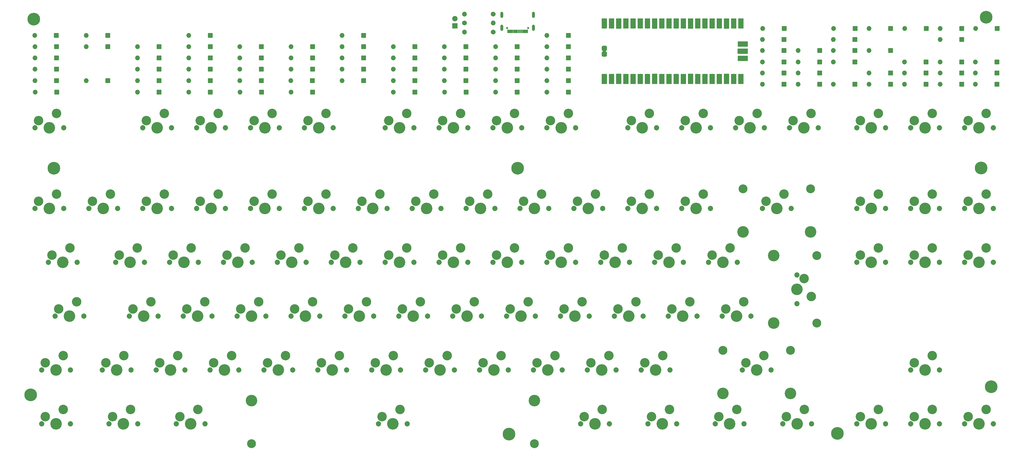
<source format=gts>
G04 #@! TF.GenerationSoftware,KiCad,Pcbnew,(6.0.2)*
G04 #@! TF.CreationDate,2022-03-10T23:30:07+00:00*
G04 #@! TF.ProjectId,ENV_KB_RGB,454e565f-4b42-45f5-9247-422e6b696361,Rev.1*
G04 #@! TF.SameCoordinates,Original*
G04 #@! TF.FileFunction,Soldermask,Top*
G04 #@! TF.FilePolarity,Negative*
%FSLAX46Y46*%
G04 Gerber Fmt 4.6, Leading zero omitted, Abs format (unit mm)*
G04 Created by KiCad (PCBNEW (6.0.2)) date 2022-03-10 23:30:07*
%MOMM*%
%LPD*%
G01*
G04 APERTURE LIST*
G04 Aperture macros list*
%AMRoundRect*
0 Rectangle with rounded corners*
0 $1 Rounding radius*
0 $2 $3 $4 $5 $6 $7 $8 $9 X,Y pos of 4 corners*
0 Add a 4 corners polygon primitive as box body*
4,1,4,$2,$3,$4,$5,$6,$7,$8,$9,$2,$3,0*
0 Add four circle primitives for the rounded corners*
1,1,$1+$1,$2,$3*
1,1,$1+$1,$4,$5*
1,1,$1+$1,$6,$7*
1,1,$1+$1,$8,$9*
0 Add four rect primitives between the rounded corners*
20,1,$1+$1,$2,$3,$4,$5,0*
20,1,$1+$1,$4,$5,$6,$7,0*
20,1,$1+$1,$6,$7,$8,$9,0*
20,1,$1+$1,$8,$9,$2,$3,0*%
G04 Aperture macros list end*
%ADD10C,4.089800*%
%ADD11C,1.852000*%
%ADD12C,3.352000*%
%ADD13RoundRect,0.051000X0.900000X-0.900000X0.900000X0.900000X-0.900000X0.900000X-0.900000X-0.900000X0*%
%ADD14C,1.902000*%
%ADD15C,1.702000*%
%ADD16O,1.702000X1.702000*%
%ADD17C,4.502000*%
%ADD18RoundRect,0.051000X0.850000X-1.750000X0.850000X1.750000X-0.850000X1.750000X-0.850000X-1.750000X0*%
%ADD19O,1.802000X1.802000*%
%ADD20RoundRect,0.051000X0.850000X-0.850000X0.850000X0.850000X-0.850000X0.850000X-0.850000X-0.850000X0*%
%ADD21RoundRect,0.051000X1.750000X0.850000X-1.750000X0.850000X-1.750000X-0.850000X1.750000X-0.850000X0*%
%ADD22RoundRect,0.488500X0.437500X-0.437500X0.437500X0.437500X-0.437500X0.437500X-0.437500X-0.437500X0*%
%ADD23RoundRect,0.051000X0.800000X0.800000X-0.800000X0.800000X-0.800000X-0.800000X0.800000X-0.800000X0*%
%ADD24C,3.150000*%
%ADD25C,0.752000*%
%ADD26RoundRect,0.051000X0.300000X0.550000X-0.300000X0.550000X-0.300000X-0.550000X0.300000X-0.550000X0*%
%ADD27RoundRect,0.051000X0.150000X0.550000X-0.150000X0.550000X-0.150000X-0.550000X0.150000X-0.550000X0*%
%ADD28O,1.002000X2.202000*%
G04 APERTURE END LIST*
D10*
X49106250Y-206560000D03*
D11*
X44026250Y-206560000D03*
X54186250Y-206560000D03*
D12*
X45296250Y-204020000D03*
X51646250Y-201480000D03*
D10*
X49106250Y-187510000D03*
D11*
X54186250Y-187510000D03*
X44026250Y-187510000D03*
D12*
X45296250Y-184970000D03*
X51646250Y-182430000D03*
D11*
X65457500Y-187510000D03*
X75617500Y-187510000D03*
D10*
X70537500Y-187510000D03*
D12*
X66727500Y-184970000D03*
X73077500Y-182430000D03*
D11*
X361367500Y-187510000D03*
X351207500Y-187510000D03*
D10*
X356287500Y-187510000D03*
D12*
X352477500Y-184970000D03*
X358827500Y-182430000D03*
D11*
X342317500Y-206560000D03*
X332157500Y-206560000D03*
D10*
X337237500Y-206560000D03*
D12*
X333427500Y-204020000D03*
X339777500Y-201480000D03*
D10*
X51487500Y-149410000D03*
D11*
X56567500Y-149410000D03*
X46407500Y-149410000D03*
D12*
X47677500Y-146870000D03*
X54027500Y-144330000D03*
D13*
X190050000Y-65750000D03*
D14*
X190050000Y-63210000D03*
D10*
X296756250Y-187510000D03*
D11*
X291676250Y-187510000D03*
X301836250Y-187510000D03*
D12*
X292946250Y-184970000D03*
X299296250Y-182430000D03*
D11*
X244686250Y-206560000D03*
X234526250Y-206560000D03*
D10*
X239606250Y-206560000D03*
D12*
X235796250Y-204020000D03*
X242146250Y-201480000D03*
D10*
X311025000Y-158935000D03*
D11*
X311025000Y-153855000D03*
X311025000Y-164015000D03*
D12*
X313565000Y-155125000D03*
X316105000Y-161475000D03*
D11*
X89905000Y-101785000D03*
X79745000Y-101785000D03*
D10*
X84825000Y-101785000D03*
D12*
X81015000Y-99245000D03*
X87365000Y-96705000D03*
D11*
X361367500Y-101785000D03*
D10*
X356287500Y-101785000D03*
D11*
X351207500Y-101785000D03*
D12*
X352477500Y-99245000D03*
X358827500Y-96705000D03*
D10*
X103875000Y-130360000D03*
D11*
X108955000Y-130360000D03*
X98795000Y-130360000D03*
D12*
X100065000Y-127820000D03*
X106415000Y-125280000D03*
D11*
X136895000Y-130360000D03*
X147055000Y-130360000D03*
D10*
X141975000Y-130360000D03*
D12*
X138165000Y-127820000D03*
X144515000Y-125280000D03*
D10*
X256275000Y-130360000D03*
D11*
X251195000Y-130360000D03*
X261355000Y-130360000D03*
D12*
X252465000Y-127820000D03*
X258815000Y-125280000D03*
D10*
X256275000Y-101785000D03*
D11*
X261355000Y-101785000D03*
X251195000Y-101785000D03*
D12*
X252465000Y-99245000D03*
X258815000Y-96705000D03*
D11*
X380417500Y-130360000D03*
D10*
X375337500Y-130360000D03*
D11*
X370257500Y-130360000D03*
D12*
X371527500Y-127820000D03*
X377877500Y-125280000D03*
D10*
X294375000Y-101785000D03*
D11*
X289295000Y-101785000D03*
X299455000Y-101785000D03*
D12*
X290565000Y-99245000D03*
X296915000Y-96705000D03*
D11*
X108955000Y-101785000D03*
D10*
X103875000Y-101785000D03*
D11*
X98795000Y-101785000D03*
D12*
X100065000Y-99245000D03*
X106415000Y-96705000D03*
D11*
X117845000Y-101785000D03*
X128005000Y-101785000D03*
D10*
X122925000Y-101785000D03*
D12*
X119115000Y-99245000D03*
X125465000Y-96705000D03*
D11*
X174995000Y-130360000D03*
D10*
X180075000Y-130360000D03*
D11*
X185155000Y-130360000D03*
D12*
X176265000Y-127820000D03*
X182615000Y-125280000D03*
D10*
X337237500Y-130360000D03*
D11*
X332157500Y-130360000D03*
X342317500Y-130360000D03*
D12*
X333427500Y-127820000D03*
X339777500Y-125280000D03*
D11*
X203570000Y-101785000D03*
D10*
X208650000Y-101785000D03*
D11*
X213730000Y-101785000D03*
D12*
X204840000Y-99245000D03*
X211190000Y-96705000D03*
D10*
X275325000Y-101785000D03*
D11*
X270245000Y-101785000D03*
X280405000Y-101785000D03*
D12*
X271515000Y-99245000D03*
X277865000Y-96705000D03*
D11*
X308345000Y-101785000D03*
D10*
X313425000Y-101785000D03*
D11*
X318505000Y-101785000D03*
D12*
X309615000Y-99245000D03*
X315965000Y-96705000D03*
D10*
X65775000Y-130360000D03*
D11*
X70855000Y-130360000D03*
X60695000Y-130360000D03*
D12*
X61965000Y-127820000D03*
X68315000Y-125280000D03*
D10*
X122925000Y-130360000D03*
D11*
X128005000Y-130360000D03*
X117845000Y-130360000D03*
D12*
X119115000Y-127820000D03*
X125465000Y-125280000D03*
D10*
X375337500Y-101785000D03*
D11*
X380417500Y-101785000D03*
X370257500Y-101785000D03*
D12*
X371527500Y-99245000D03*
X377877500Y-96705000D03*
D10*
X337237500Y-101785000D03*
D11*
X342317500Y-101785000D03*
X332157500Y-101785000D03*
D12*
X333427500Y-99245000D03*
X339777500Y-96705000D03*
D10*
X96731250Y-206560000D03*
D11*
X101811250Y-206560000D03*
X91651250Y-206560000D03*
D12*
X92921250Y-204020000D03*
X99271250Y-201480000D03*
D10*
X170550000Y-101785000D03*
D11*
X175630000Y-101785000D03*
X165470000Y-101785000D03*
D12*
X166740000Y-99245000D03*
X173090000Y-96705000D03*
D10*
X161025000Y-130360000D03*
D11*
X155945000Y-130360000D03*
X166105000Y-130360000D03*
D12*
X157215000Y-127820000D03*
X163565000Y-125280000D03*
D15*
X193440000Y-64750000D03*
D16*
X203600000Y-64750000D03*
D10*
X275325000Y-130360000D03*
D11*
X280405000Y-130360000D03*
X270245000Y-130360000D03*
D12*
X271515000Y-127820000D03*
X277865000Y-125280000D03*
D11*
X308980000Y-130360000D03*
D10*
X303900000Y-130360000D03*
D11*
X298820000Y-130360000D03*
D12*
X300090000Y-127820000D03*
X306440000Y-125280000D03*
D11*
X48788750Y-168460000D03*
D10*
X53868750Y-168460000D03*
D11*
X58948750Y-168460000D03*
D12*
X50058750Y-165920000D03*
X56408750Y-163380000D03*
D10*
X46725000Y-101785000D03*
D11*
X41645000Y-101785000D03*
X51805000Y-101785000D03*
D12*
X42915000Y-99245000D03*
X49265000Y-96705000D03*
D10*
X263418750Y-206560000D03*
D11*
X258338750Y-206560000D03*
X268498750Y-206560000D03*
D12*
X259608750Y-204020000D03*
X265958750Y-201480000D03*
D11*
X77998750Y-206560000D03*
D10*
X72918750Y-206560000D03*
D11*
X67838750Y-206560000D03*
D12*
X69108750Y-204020000D03*
X75458750Y-201480000D03*
D10*
X218175000Y-130360000D03*
D11*
X213095000Y-130360000D03*
X223255000Y-130360000D03*
D12*
X214365000Y-127820000D03*
X220715000Y-125280000D03*
D11*
X282151250Y-206560000D03*
D10*
X287231250Y-206560000D03*
D11*
X292311250Y-206560000D03*
D12*
X283421250Y-204020000D03*
X289771250Y-201480000D03*
D11*
X361367500Y-130360000D03*
X351207500Y-130360000D03*
D10*
X356287500Y-130360000D03*
D12*
X352477500Y-127820000D03*
X358827500Y-125280000D03*
D11*
X316123750Y-206560000D03*
D10*
X311043750Y-206560000D03*
D11*
X305963750Y-206560000D03*
D12*
X307233750Y-204020000D03*
X313583750Y-201480000D03*
D11*
X51805000Y-130360000D03*
X41645000Y-130360000D03*
D10*
X46725000Y-130360000D03*
D12*
X42915000Y-127820000D03*
X49265000Y-125280000D03*
D11*
X194045000Y-130360000D03*
D10*
X199125000Y-130360000D03*
D11*
X204205000Y-130360000D03*
D12*
X195315000Y-127820000D03*
X201665000Y-125280000D03*
D11*
X242305000Y-130360000D03*
D10*
X237225000Y-130360000D03*
D11*
X232145000Y-130360000D03*
D12*
X233415000Y-127820000D03*
X239765000Y-125280000D03*
D10*
X265800000Y-149410000D03*
D11*
X260720000Y-149410000D03*
X270880000Y-149410000D03*
D12*
X261990000Y-146870000D03*
X268340000Y-144330000D03*
D11*
X94032500Y-168460000D03*
X104192500Y-168460000D03*
D10*
X99112500Y-168460000D03*
D12*
X95302500Y-165920000D03*
X101652500Y-163380000D03*
D10*
X170550000Y-149410000D03*
D11*
X165470000Y-149410000D03*
X175630000Y-149410000D03*
D12*
X166740000Y-146870000D03*
X173090000Y-144330000D03*
D11*
X232780000Y-149410000D03*
D10*
X227700000Y-149410000D03*
D11*
X222620000Y-149410000D03*
D12*
X223890000Y-146870000D03*
X230240000Y-144330000D03*
D11*
X251830000Y-149410000D03*
D10*
X246750000Y-149410000D03*
D11*
X241670000Y-149410000D03*
D12*
X242940000Y-146870000D03*
X249290000Y-144330000D03*
D11*
X289930000Y-149410000D03*
D10*
X284850000Y-149410000D03*
D11*
X279770000Y-149410000D03*
D12*
X281040000Y-146870000D03*
X287390000Y-144330000D03*
D10*
X80062500Y-168460000D03*
D11*
X74982500Y-168460000D03*
X85142500Y-168460000D03*
D12*
X76252500Y-165920000D03*
X82602500Y-163380000D03*
D11*
X213730000Y-149410000D03*
X203570000Y-149410000D03*
D10*
X208650000Y-149410000D03*
D12*
X204840000Y-146870000D03*
X211190000Y-144330000D03*
D10*
X118162500Y-168460000D03*
D11*
X113082500Y-168460000D03*
X123242500Y-168460000D03*
D12*
X114352500Y-165920000D03*
X120702500Y-163380000D03*
D10*
X356287500Y-149410000D03*
D11*
X351207500Y-149410000D03*
X361367500Y-149410000D03*
D12*
X352477500Y-146870000D03*
X358827500Y-144330000D03*
D11*
X70220000Y-149410000D03*
D10*
X75300000Y-149410000D03*
D11*
X80380000Y-149410000D03*
D12*
X71490000Y-146870000D03*
X77840000Y-144330000D03*
D10*
X94350000Y-149410000D03*
D11*
X89270000Y-149410000D03*
X99430000Y-149410000D03*
D12*
X90540000Y-146870000D03*
X96890000Y-144330000D03*
D11*
X127370000Y-149410000D03*
X137530000Y-149410000D03*
D10*
X132450000Y-149410000D03*
D12*
X128640000Y-146870000D03*
X134990000Y-144330000D03*
D10*
X113400000Y-149410000D03*
D11*
X108320000Y-149410000D03*
X118480000Y-149410000D03*
D12*
X109590000Y-146870000D03*
X115940000Y-144330000D03*
D10*
X151500000Y-149410000D03*
D11*
X156580000Y-149410000D03*
X146420000Y-149410000D03*
D12*
X147690000Y-146870000D03*
X154040000Y-144330000D03*
D11*
X342317500Y-149410000D03*
D10*
X337237500Y-149410000D03*
D11*
X332157500Y-149410000D03*
D12*
X333427500Y-146870000D03*
X339777500Y-144330000D03*
D11*
X380417500Y-149410000D03*
X370257500Y-149410000D03*
D10*
X375337500Y-149410000D03*
D12*
X371527500Y-146870000D03*
X377877500Y-144330000D03*
D10*
X189600000Y-149410000D03*
D11*
X184520000Y-149410000D03*
X194680000Y-149410000D03*
D12*
X185790000Y-146870000D03*
X192140000Y-144330000D03*
D11*
X132132500Y-168460000D03*
D10*
X137212500Y-168460000D03*
D11*
X142292500Y-168460000D03*
D12*
X133402500Y-165920000D03*
X139752500Y-163380000D03*
D10*
X194362500Y-168460000D03*
D11*
X189282500Y-168460000D03*
X199442500Y-168460000D03*
D12*
X190552500Y-165920000D03*
X196902500Y-163380000D03*
D10*
X203887500Y-187510000D03*
D11*
X208967500Y-187510000D03*
X198807500Y-187510000D03*
D12*
X200077500Y-184970000D03*
X206427500Y-182430000D03*
D11*
X161342500Y-168460000D03*
D10*
X156262500Y-168460000D03*
D11*
X151182500Y-168460000D03*
D12*
X152452500Y-165920000D03*
X158802500Y-163380000D03*
D11*
X170232500Y-168460000D03*
D10*
X175312500Y-168460000D03*
D11*
X180392500Y-168460000D03*
D12*
X171502500Y-165920000D03*
X177852500Y-163380000D03*
D10*
X213412500Y-168460000D03*
D11*
X218492500Y-168460000D03*
X208332500Y-168460000D03*
D12*
X209602500Y-165920000D03*
X215952500Y-163380000D03*
D11*
X227382500Y-168460000D03*
X237542500Y-168460000D03*
D10*
X232462500Y-168460000D03*
D12*
X228652500Y-165920000D03*
X235002500Y-163380000D03*
D11*
X151817500Y-187510000D03*
D10*
X146737500Y-187510000D03*
D11*
X141657500Y-187510000D03*
D12*
X142927500Y-184970000D03*
X149277500Y-182430000D03*
D11*
X160707500Y-187510000D03*
D10*
X165787500Y-187510000D03*
D11*
X170867500Y-187510000D03*
D12*
X161977500Y-184970000D03*
X168327500Y-182430000D03*
D11*
X246432500Y-168460000D03*
X256592500Y-168460000D03*
D10*
X251512500Y-168460000D03*
D12*
X247702500Y-165920000D03*
X254052500Y-163380000D03*
D11*
X247067500Y-187510000D03*
X236907500Y-187510000D03*
D10*
X241987500Y-187510000D03*
D12*
X238177500Y-184970000D03*
X244527500Y-182430000D03*
D11*
X275642500Y-168460000D03*
D10*
X270562500Y-168460000D03*
D11*
X265482500Y-168460000D03*
D12*
X266752500Y-165920000D03*
X273102500Y-163380000D03*
D11*
X228017500Y-187510000D03*
D10*
X222937500Y-187510000D03*
D11*
X217857500Y-187510000D03*
D12*
X219127500Y-184970000D03*
X225477500Y-182430000D03*
D11*
X284532500Y-168460000D03*
X294692500Y-168460000D03*
D10*
X289612500Y-168460000D03*
D12*
X285802500Y-165920000D03*
X292152500Y-163380000D03*
D11*
X84507500Y-187510000D03*
X94667500Y-187510000D03*
D10*
X89587500Y-187510000D03*
D12*
X85777500Y-184970000D03*
X92127500Y-182430000D03*
D11*
X132767500Y-187510000D03*
D10*
X127687500Y-187510000D03*
D11*
X122607500Y-187510000D03*
D12*
X123877500Y-184970000D03*
X130227500Y-182430000D03*
D10*
X184837500Y-187510000D03*
D11*
X179757500Y-187510000D03*
X189917500Y-187510000D03*
D12*
X181027500Y-184970000D03*
X187377500Y-182430000D03*
D11*
X103557500Y-187510000D03*
X113717500Y-187510000D03*
D10*
X108637500Y-187510000D03*
D12*
X104827500Y-184970000D03*
X111177500Y-182430000D03*
D11*
X255957500Y-187510000D03*
D10*
X261037500Y-187510000D03*
D11*
X266117500Y-187510000D03*
D12*
X257227500Y-184970000D03*
X263577500Y-182430000D03*
D10*
X84825000Y-130360000D03*
D11*
X79745000Y-130360000D03*
X89905000Y-130360000D03*
D12*
X81015000Y-127820000D03*
X87365000Y-125280000D03*
D11*
X136895000Y-101785000D03*
D10*
X141975000Y-101785000D03*
D11*
X147055000Y-101785000D03*
D12*
X138165000Y-99245000D03*
X144515000Y-96705000D03*
D11*
X361367500Y-206560000D03*
X351207500Y-206560000D03*
D10*
X356287500Y-206560000D03*
D12*
X352477500Y-204020000D03*
X358827500Y-201480000D03*
D11*
X370257500Y-206560000D03*
D10*
X375337500Y-206560000D03*
D11*
X380417500Y-206560000D03*
D12*
X371527500Y-204020000D03*
X377877500Y-201480000D03*
D10*
X189600000Y-101785000D03*
D11*
X194680000Y-101785000D03*
X184520000Y-101785000D03*
D12*
X185790000Y-99245000D03*
X192140000Y-96705000D03*
D10*
X227700000Y-101785000D03*
D11*
X232780000Y-101785000D03*
X222620000Y-101785000D03*
D12*
X223890000Y-99245000D03*
X230240000Y-96705000D03*
D17*
X376075000Y-116060000D03*
X325267000Y-209905000D03*
D18*
X242920000Y-84500000D03*
D19*
X242920000Y-83600000D03*
D18*
X245460000Y-84500000D03*
D19*
X245460000Y-83600000D03*
D18*
X248000000Y-84500000D03*
D20*
X248000000Y-83600000D03*
D19*
X250540000Y-83600000D03*
D18*
X250540000Y-84500000D03*
X253080000Y-84500000D03*
D19*
X253080000Y-83600000D03*
X255620000Y-83600000D03*
D18*
X255620000Y-84500000D03*
D19*
X258160000Y-83600000D03*
D18*
X258160000Y-84500000D03*
D20*
X260700000Y-83600000D03*
D18*
X260700000Y-84500000D03*
X263240000Y-84500000D03*
D19*
X263240000Y-83600000D03*
D18*
X265780000Y-84500000D03*
D19*
X265780000Y-83600000D03*
X268320000Y-83600000D03*
D18*
X268320000Y-84500000D03*
X270860000Y-84500000D03*
D19*
X270860000Y-83600000D03*
D18*
X273400000Y-84500000D03*
D20*
X273400000Y-83600000D03*
D18*
X275940000Y-84500000D03*
D19*
X275940000Y-83600000D03*
X278480000Y-83600000D03*
D18*
X278480000Y-84500000D03*
X281020000Y-84500000D03*
D19*
X281020000Y-83600000D03*
X283560000Y-83600000D03*
D18*
X283560000Y-84500000D03*
D20*
X286100000Y-83600000D03*
D18*
X286100000Y-84500000D03*
X288640000Y-84500000D03*
D19*
X288640000Y-83600000D03*
D18*
X291180000Y-84500000D03*
D19*
X291180000Y-83600000D03*
D18*
X291180000Y-64920000D03*
D19*
X291180000Y-65820000D03*
X288640000Y-65820000D03*
D18*
X288640000Y-64920000D03*
D20*
X286100000Y-65820000D03*
D18*
X286100000Y-64920000D03*
D19*
X283560000Y-65820000D03*
D18*
X283560000Y-64920000D03*
D19*
X281020000Y-65820000D03*
D18*
X281020000Y-64920000D03*
D19*
X278480000Y-65820000D03*
D18*
X278480000Y-64920000D03*
X275940000Y-64920000D03*
D19*
X275940000Y-65820000D03*
D18*
X273400000Y-64920000D03*
D20*
X273400000Y-65820000D03*
D18*
X270860000Y-64920000D03*
D19*
X270860000Y-65820000D03*
D18*
X268320000Y-64920000D03*
D19*
X268320000Y-65820000D03*
D18*
X265780000Y-64920000D03*
D19*
X265780000Y-65820000D03*
X263240000Y-65820000D03*
D18*
X263240000Y-64920000D03*
X260700000Y-64920000D03*
D20*
X260700000Y-65820000D03*
D18*
X258160000Y-64920000D03*
D19*
X258160000Y-65820000D03*
D18*
X255620000Y-64920000D03*
D19*
X255620000Y-65820000D03*
D18*
X253080000Y-64920000D03*
D19*
X253080000Y-65820000D03*
X250540000Y-65820000D03*
D18*
X250540000Y-64920000D03*
X248000000Y-64920000D03*
D20*
X248000000Y-65820000D03*
D18*
X245460000Y-64920000D03*
D19*
X245460000Y-65820000D03*
X242920000Y-65820000D03*
D18*
X242920000Y-64920000D03*
D21*
X291850000Y-77250000D03*
D19*
X290950000Y-77250000D03*
D20*
X290950000Y-74710000D03*
D21*
X291850000Y-74710000D03*
D19*
X290950000Y-72170000D03*
D21*
X291850000Y-72170000D03*
D22*
X242925000Y-73694000D03*
X242925000Y-75726000D03*
D17*
X212225000Y-116085000D03*
X377867000Y-62705000D03*
X209225000Y-210185000D03*
X40167000Y-196305000D03*
D15*
X203600000Y-61600000D03*
D16*
X193440000Y-61600000D03*
D23*
X369200000Y-86400000D03*
D16*
X361580000Y-86400000D03*
D23*
X356600000Y-86400000D03*
D16*
X348980000Y-86400000D03*
D23*
X344100000Y-86400000D03*
D16*
X336480000Y-86400000D03*
D23*
X319000000Y-86400000D03*
D16*
X311380000Y-86400000D03*
D23*
X331500000Y-86400000D03*
D16*
X323880000Y-86400000D03*
D23*
X381700000Y-86400000D03*
D16*
X374080000Y-86400000D03*
D23*
X306400000Y-86400000D03*
D16*
X298780000Y-86400000D03*
D23*
X344125000Y-66685000D03*
D16*
X336505000Y-66685000D03*
D17*
X41267000Y-63405000D03*
D11*
X163088750Y-206560000D03*
D10*
X168168750Y-206560000D03*
D11*
X173248750Y-206560000D03*
D12*
X164358750Y-204020000D03*
X170708750Y-201480000D03*
D23*
X306400000Y-82400000D03*
D16*
X298780000Y-82400000D03*
D23*
X319000000Y-82400000D03*
D16*
X311380000Y-82400000D03*
D23*
X344100000Y-82400000D03*
D16*
X336480000Y-82400000D03*
D23*
X356600000Y-82400000D03*
D16*
X348980000Y-82400000D03*
D23*
X369200000Y-82400000D03*
D16*
X361580000Y-82400000D03*
D23*
X381700000Y-82400000D03*
D16*
X374080000Y-82400000D03*
D23*
X306400000Y-78500000D03*
D16*
X298780000Y-78500000D03*
D23*
X319000000Y-78500000D03*
D16*
X311380000Y-78500000D03*
D23*
X331500000Y-78500000D03*
D16*
X323880000Y-78500000D03*
D23*
X356600000Y-78500000D03*
D16*
X348980000Y-78500000D03*
D23*
X369200000Y-78500000D03*
D16*
X361580000Y-78500000D03*
D23*
X381700000Y-78500000D03*
D16*
X374080000Y-78500000D03*
D23*
X306400000Y-74500000D03*
D16*
X298780000Y-74500000D03*
D23*
X319000000Y-74500000D03*
D16*
X311380000Y-74500000D03*
D23*
X331500000Y-74500000D03*
D16*
X323880000Y-74500000D03*
D23*
X344100000Y-74500000D03*
D16*
X336480000Y-74500000D03*
D23*
X306400000Y-70600000D03*
D16*
X298780000Y-70600000D03*
D23*
X331500000Y-70600000D03*
D16*
X323880000Y-70600000D03*
D23*
X369200000Y-70600000D03*
D16*
X361580000Y-70600000D03*
D23*
X306475000Y-66685000D03*
D16*
X298855000Y-66685000D03*
D23*
X331575000Y-66685000D03*
D16*
X323955000Y-66685000D03*
D23*
X356675000Y-66685000D03*
D16*
X349055000Y-66685000D03*
D23*
X369225000Y-66685000D03*
D16*
X361605000Y-66685000D03*
D23*
X381775000Y-66685000D03*
D16*
X374155000Y-66685000D03*
D17*
X48375000Y-116085000D03*
D23*
X49300000Y-73100000D03*
D16*
X41680000Y-73100000D03*
D23*
X49300000Y-81100000D03*
D16*
X41680000Y-81100000D03*
D23*
X103625000Y-89185000D03*
D16*
X96005000Y-89185000D03*
D23*
X49325000Y-89185000D03*
D16*
X41705000Y-89185000D03*
D23*
X85525000Y-89185000D03*
D16*
X77905000Y-89185000D03*
D23*
X121725000Y-89185000D03*
D16*
X114105000Y-89185000D03*
D23*
X49300000Y-77100000D03*
D16*
X41680000Y-77100000D03*
D23*
X49200000Y-69100000D03*
D16*
X41580000Y-69100000D03*
D23*
X139775000Y-89185000D03*
D16*
X132155000Y-89185000D03*
D23*
X212125000Y-89185000D03*
D16*
X204505000Y-89185000D03*
D23*
X230225000Y-89185000D03*
D16*
X222605000Y-89185000D03*
D23*
X49300000Y-85100000D03*
D16*
X41680000Y-85100000D03*
D23*
X194025000Y-89185000D03*
D16*
X186405000Y-89185000D03*
D23*
X175965000Y-89185000D03*
D16*
X168345000Y-89185000D03*
D23*
X175900000Y-73100000D03*
D16*
X168280000Y-73100000D03*
D23*
X212100000Y-77100000D03*
D16*
X204480000Y-77100000D03*
D23*
X230200000Y-77100000D03*
D16*
X222580000Y-77100000D03*
D23*
X85500000Y-73100000D03*
D16*
X77880000Y-73100000D03*
D23*
X67400000Y-73100000D03*
D16*
X59780000Y-73100000D03*
D23*
X230200000Y-73100000D03*
D16*
X222580000Y-73100000D03*
D23*
X212100000Y-73100000D03*
D16*
X204480000Y-73100000D03*
D23*
X103600000Y-73100000D03*
D16*
X95980000Y-73100000D03*
D23*
X194000000Y-73100000D03*
D16*
X186380000Y-73100000D03*
D23*
X121700000Y-73100000D03*
D16*
X114080000Y-73100000D03*
D23*
X139800000Y-73100000D03*
D16*
X132180000Y-73100000D03*
D23*
X157800000Y-73100000D03*
D16*
X150180000Y-73100000D03*
D23*
X157800000Y-81100000D03*
D16*
X150180000Y-81100000D03*
D23*
X175900000Y-81100000D03*
D16*
X168280000Y-81100000D03*
D23*
X230200000Y-85100000D03*
D16*
X222580000Y-85100000D03*
D23*
X139800000Y-81100000D03*
D16*
X132180000Y-81100000D03*
D23*
X121700000Y-81100000D03*
D16*
X114080000Y-81100000D03*
D23*
X157800000Y-85100000D03*
D16*
X150180000Y-85100000D03*
D23*
X175900000Y-85100000D03*
D16*
X168280000Y-85100000D03*
D23*
X85500000Y-81100000D03*
D16*
X77880000Y-81100000D03*
D23*
X103600000Y-81100000D03*
D16*
X95980000Y-81100000D03*
D23*
X194000000Y-85100000D03*
D16*
X186380000Y-85100000D03*
D23*
X212100000Y-85100000D03*
D16*
X204480000Y-85100000D03*
D23*
X175900000Y-77100000D03*
D16*
X168280000Y-77100000D03*
D23*
X121700000Y-77100000D03*
D16*
X114080000Y-77100000D03*
D23*
X157800000Y-77100000D03*
D16*
X150180000Y-77100000D03*
D23*
X194000000Y-81100000D03*
D16*
X186380000Y-81100000D03*
D23*
X212100000Y-81100000D03*
D16*
X204480000Y-81100000D03*
D23*
X194000000Y-77100000D03*
D16*
X186380000Y-77100000D03*
D23*
X230200000Y-81100000D03*
D16*
X222580000Y-81100000D03*
D23*
X85500000Y-77100000D03*
D16*
X77880000Y-77100000D03*
D23*
X103600000Y-77100000D03*
D16*
X95980000Y-77100000D03*
D23*
X139800000Y-77100000D03*
D16*
X132180000Y-77100000D03*
D23*
X67400000Y-69100000D03*
D16*
X59780000Y-69100000D03*
D23*
X103600000Y-69100000D03*
D16*
X95980000Y-69100000D03*
D23*
X157800000Y-69100000D03*
D16*
X150180000Y-69100000D03*
D23*
X230200000Y-69100000D03*
D16*
X222580000Y-69100000D03*
D23*
X85500000Y-85100000D03*
D16*
X77880000Y-85100000D03*
D23*
X139700000Y-85100000D03*
D16*
X132080000Y-85100000D03*
D23*
X103600000Y-85100000D03*
D16*
X95980000Y-85100000D03*
D23*
X121700000Y-85100000D03*
D16*
X114080000Y-85100000D03*
D23*
X67400000Y-85100000D03*
D16*
X59780000Y-85100000D03*
D17*
X379667000Y-193405000D03*
D10*
X118168750Y-198305000D03*
D24*
X218168750Y-213545000D03*
D10*
X218168750Y-198305000D03*
D24*
X118168750Y-213545000D03*
D10*
X315838000Y-138615000D03*
X291962000Y-138615000D03*
D24*
X291962000Y-123375000D03*
X315838000Y-123375000D03*
D10*
X308694250Y-195765000D03*
D24*
X284818250Y-180525000D03*
D10*
X284818250Y-195765000D03*
D24*
X308694250Y-180525000D03*
X318010000Y-146997000D03*
D10*
X302770000Y-170873000D03*
X302770000Y-146997000D03*
D24*
X318010000Y-170873000D03*
D15*
X203600000Y-67900000D03*
D16*
X193440000Y-67900000D03*
D25*
X216000000Y-66510000D03*
X208500000Y-66510000D03*
D26*
X215550000Y-67710000D03*
X214700000Y-67710000D03*
D27*
X213500000Y-67710000D03*
X212500000Y-67710000D03*
X212000000Y-67710000D03*
X211000000Y-67710000D03*
D26*
X209800000Y-67710000D03*
X208950000Y-67710000D03*
X208950000Y-67710000D03*
X209800000Y-67710000D03*
D27*
X210500000Y-67710000D03*
X211500000Y-67710000D03*
X213000000Y-67710000D03*
X214000000Y-67710000D03*
D26*
X214700000Y-67710000D03*
X215550000Y-67710000D03*
D28*
X217825000Y-61830000D03*
X217825000Y-66430000D03*
X206675000Y-61830000D03*
X206675000Y-66430000D03*
G36*
X243573844Y-74567633D02*
G01*
X243574546Y-74569505D01*
X243573591Y-74570899D01*
X243557129Y-74580634D01*
X243556669Y-74580833D01*
X243518903Y-74591805D01*
X243460280Y-74629243D01*
X243431330Y-74692160D01*
X243440990Y-74760741D01*
X243486292Y-74813325D01*
X243518764Y-74828155D01*
X243556669Y-74839167D01*
X243557129Y-74839366D01*
X243573591Y-74849101D01*
X243574573Y-74850844D01*
X243573555Y-74852565D01*
X243571871Y-74852696D01*
X243466930Y-74813357D01*
X243362394Y-74802000D01*
X242487606Y-74802000D01*
X242383070Y-74813357D01*
X242278129Y-74852696D01*
X242276156Y-74852367D01*
X242275454Y-74850495D01*
X242276409Y-74849101D01*
X242292871Y-74839366D01*
X242293331Y-74839167D01*
X242331097Y-74828195D01*
X242389720Y-74790757D01*
X242418670Y-74727840D01*
X242409010Y-74659259D01*
X242363708Y-74606675D01*
X242331236Y-74591845D01*
X242293331Y-74580833D01*
X242292871Y-74580634D01*
X242276409Y-74570899D01*
X242275427Y-74569156D01*
X242276445Y-74567435D01*
X242278129Y-74567304D01*
X242383070Y-74606643D01*
X242487606Y-74618000D01*
X243362394Y-74618000D01*
X243466930Y-74606643D01*
X243571871Y-74567304D01*
X243573844Y-74567633D01*
G37*
G36*
X213814633Y-67123517D02*
G01*
X213815197Y-67125436D01*
X213814916Y-67126075D01*
X213804767Y-67141263D01*
X213801000Y-67160199D01*
X213801000Y-68259801D01*
X213804767Y-68278738D01*
X213814814Y-68293773D01*
X213814945Y-68295768D01*
X213813282Y-68296880D01*
X213812553Y-68296793D01*
X213752212Y-68277898D01*
X213687310Y-68296955D01*
X213685367Y-68296483D01*
X213684803Y-68294564D01*
X213685084Y-68293925D01*
X213695233Y-68278737D01*
X213699000Y-68259801D01*
X213699000Y-67160199D01*
X213695233Y-67141262D01*
X213685186Y-67126227D01*
X213685055Y-67124232D01*
X213686718Y-67123120D01*
X213687447Y-67123207D01*
X213747788Y-67142102D01*
X213812690Y-67123045D01*
X213814633Y-67123517D01*
G37*
G36*
X213314633Y-67123517D02*
G01*
X213315197Y-67125436D01*
X213314916Y-67126075D01*
X213304767Y-67141263D01*
X213301000Y-67160199D01*
X213301000Y-68259801D01*
X213304767Y-68278738D01*
X213314814Y-68293773D01*
X213314945Y-68295768D01*
X213313282Y-68296880D01*
X213312553Y-68296793D01*
X213252212Y-68277898D01*
X213187310Y-68296955D01*
X213185367Y-68296483D01*
X213184803Y-68294564D01*
X213185084Y-68293925D01*
X213195233Y-68278737D01*
X213199000Y-68259801D01*
X213199000Y-67160199D01*
X213195233Y-67141262D01*
X213185186Y-67126227D01*
X213185055Y-67124232D01*
X213186718Y-67123120D01*
X213187447Y-67123207D01*
X213247788Y-67142102D01*
X213312690Y-67123045D01*
X213314633Y-67123517D01*
G37*
G36*
X210814633Y-67123517D02*
G01*
X210815197Y-67125436D01*
X210814916Y-67126075D01*
X210804767Y-67141263D01*
X210801000Y-67160199D01*
X210801000Y-68259801D01*
X210804767Y-68278738D01*
X210814814Y-68293773D01*
X210814945Y-68295768D01*
X210813282Y-68296880D01*
X210812553Y-68296793D01*
X210752212Y-68277898D01*
X210687310Y-68296955D01*
X210685367Y-68296483D01*
X210684803Y-68294564D01*
X210685084Y-68293925D01*
X210695233Y-68278737D01*
X210699000Y-68259801D01*
X210699000Y-67160199D01*
X210695233Y-67141262D01*
X210685186Y-67126227D01*
X210685055Y-67124232D01*
X210686718Y-67123120D01*
X210687447Y-67123207D01*
X210747788Y-67142102D01*
X210812690Y-67123045D01*
X210814633Y-67123517D01*
G37*
G36*
X211814633Y-67123517D02*
G01*
X211815197Y-67125436D01*
X211814916Y-67126075D01*
X211804767Y-67141263D01*
X211801000Y-67160199D01*
X211801000Y-68259801D01*
X211804767Y-68278738D01*
X211814814Y-68293773D01*
X211814945Y-68295768D01*
X211813282Y-68296880D01*
X211812553Y-68296793D01*
X211752212Y-68277898D01*
X211687310Y-68296955D01*
X211685367Y-68296483D01*
X211684803Y-68294564D01*
X211685084Y-68293925D01*
X211695233Y-68278737D01*
X211699000Y-68259801D01*
X211699000Y-67160199D01*
X211695233Y-67141262D01*
X211685186Y-67126227D01*
X211685055Y-67124232D01*
X211686718Y-67123120D01*
X211687447Y-67123207D01*
X211747788Y-67142102D01*
X211812690Y-67123045D01*
X211814633Y-67123517D01*
G37*
G36*
X212314633Y-67123517D02*
G01*
X212315197Y-67125436D01*
X212314916Y-67126075D01*
X212304767Y-67141263D01*
X212301000Y-67160199D01*
X212301000Y-68259801D01*
X212304767Y-68278738D01*
X212314814Y-68293773D01*
X212314945Y-68295768D01*
X212313282Y-68296880D01*
X212312553Y-68296793D01*
X212252212Y-68277898D01*
X212187310Y-68296955D01*
X212185367Y-68296483D01*
X212184803Y-68294564D01*
X212185084Y-68293925D01*
X212195233Y-68278737D01*
X212199000Y-68259801D01*
X212199000Y-67160199D01*
X212195233Y-67141262D01*
X212185186Y-67126227D01*
X212185055Y-67124232D01*
X212186718Y-67123120D01*
X212187447Y-67123207D01*
X212247788Y-67142102D01*
X212312690Y-67123045D01*
X212314633Y-67123517D01*
G37*
G36*
X211314633Y-67123517D02*
G01*
X211315197Y-67125436D01*
X211314916Y-67126075D01*
X211304767Y-67141263D01*
X211301000Y-67160199D01*
X211301000Y-68259801D01*
X211304767Y-68278738D01*
X211314814Y-68293773D01*
X211314945Y-68295768D01*
X211313282Y-68296880D01*
X211312553Y-68296793D01*
X211252212Y-68277898D01*
X211187310Y-68296955D01*
X211185367Y-68296483D01*
X211184803Y-68294564D01*
X211185084Y-68293925D01*
X211195233Y-68278737D01*
X211199000Y-68259801D01*
X211199000Y-67160199D01*
X211195233Y-67141262D01*
X211185186Y-67126227D01*
X211185055Y-67124232D01*
X211186718Y-67123120D01*
X211187447Y-67123207D01*
X211247788Y-67142102D01*
X211312690Y-67123045D01*
X211314633Y-67123517D01*
G37*
G36*
X212814633Y-67123517D02*
G01*
X212815197Y-67125436D01*
X212814916Y-67126075D01*
X212804767Y-67141263D01*
X212801000Y-67160199D01*
X212801000Y-68259801D01*
X212804767Y-68278738D01*
X212814814Y-68293773D01*
X212814945Y-68295768D01*
X212813282Y-68296880D01*
X212812553Y-68296793D01*
X212752212Y-68277898D01*
X212687310Y-68296955D01*
X212685367Y-68296483D01*
X212684803Y-68294564D01*
X212685084Y-68293925D01*
X212695233Y-68278737D01*
X212699000Y-68259801D01*
X212699000Y-67160199D01*
X212695233Y-67141262D01*
X212685186Y-67126227D01*
X212685055Y-67124232D01*
X212686718Y-67123120D01*
X212687447Y-67123207D01*
X212747788Y-67142102D01*
X212812690Y-67123045D01*
X212814633Y-67123517D01*
G37*
G36*
X209290660Y-67127493D02*
G01*
X209304452Y-67136709D01*
X209305615Y-67134969D01*
X209307409Y-67134084D01*
X209308560Y-67134545D01*
X209325952Y-67149078D01*
X209394670Y-67157704D01*
X209442288Y-67134918D01*
X209444282Y-67135072D01*
X209444814Y-67135611D01*
X209445548Y-67136709D01*
X209459340Y-67127493D01*
X209461336Y-67127362D01*
X209462447Y-67129025D01*
X209462114Y-67130267D01*
X209454767Y-67141262D01*
X209451000Y-67160199D01*
X209451000Y-68259801D01*
X209454767Y-68278738D01*
X209462114Y-68289733D01*
X209462245Y-68291729D01*
X209460582Y-68292840D01*
X209459340Y-68292507D01*
X209445548Y-68283291D01*
X209444385Y-68285031D01*
X209442591Y-68285916D01*
X209441440Y-68285455D01*
X209424048Y-68270922D01*
X209355330Y-68262296D01*
X209307712Y-68285082D01*
X209305718Y-68284928D01*
X209305186Y-68284389D01*
X209304452Y-68283291D01*
X209290660Y-68292507D01*
X209288664Y-68292638D01*
X209287553Y-68290975D01*
X209287886Y-68289733D01*
X209295233Y-68278738D01*
X209299000Y-68259801D01*
X209299000Y-67160199D01*
X209295233Y-67141262D01*
X209287886Y-67130267D01*
X209287755Y-67128271D01*
X209289418Y-67127160D01*
X209290660Y-67127493D01*
G37*
G36*
X210140660Y-67127493D02*
G01*
X210154452Y-67136709D01*
X210155615Y-67134969D01*
X210157409Y-67134084D01*
X210158560Y-67134545D01*
X210175952Y-67149078D01*
X210244670Y-67157704D01*
X210292288Y-67134918D01*
X210294282Y-67135072D01*
X210294814Y-67135611D01*
X210295548Y-67136709D01*
X210309340Y-67127493D01*
X210311336Y-67127362D01*
X210312447Y-67129025D01*
X210312114Y-67130267D01*
X210304767Y-67141262D01*
X210301000Y-67160199D01*
X210301000Y-68259801D01*
X210304767Y-68278738D01*
X210312114Y-68289733D01*
X210312245Y-68291729D01*
X210310582Y-68292840D01*
X210309340Y-68292507D01*
X210295548Y-68283291D01*
X210294385Y-68285031D01*
X210292591Y-68285916D01*
X210291440Y-68285455D01*
X210274048Y-68270922D01*
X210205330Y-68262296D01*
X210157712Y-68285082D01*
X210155718Y-68284928D01*
X210155186Y-68284389D01*
X210154452Y-68283291D01*
X210140660Y-68292507D01*
X210138664Y-68292638D01*
X210137553Y-68290975D01*
X210137886Y-68289733D01*
X210145233Y-68278738D01*
X210149000Y-68259801D01*
X210149000Y-67160199D01*
X210145233Y-67141262D01*
X210137886Y-67130267D01*
X210137755Y-67128271D01*
X210139418Y-67127160D01*
X210140660Y-67127493D01*
G37*
G36*
X214190660Y-67127493D02*
G01*
X214204452Y-67136709D01*
X214205615Y-67134969D01*
X214207409Y-67134084D01*
X214208560Y-67134545D01*
X214225952Y-67149078D01*
X214294670Y-67157704D01*
X214342288Y-67134918D01*
X214344282Y-67135072D01*
X214344814Y-67135611D01*
X214345548Y-67136709D01*
X214359340Y-67127493D01*
X214361336Y-67127362D01*
X214362447Y-67129025D01*
X214362114Y-67130267D01*
X214354767Y-67141262D01*
X214351000Y-67160199D01*
X214351000Y-68259801D01*
X214354767Y-68278738D01*
X214362114Y-68289733D01*
X214362245Y-68291729D01*
X214360582Y-68292840D01*
X214359340Y-68292507D01*
X214345548Y-68283291D01*
X214344385Y-68285031D01*
X214342591Y-68285916D01*
X214341440Y-68285455D01*
X214324048Y-68270922D01*
X214255330Y-68262296D01*
X214207712Y-68285082D01*
X214205718Y-68284928D01*
X214205186Y-68284389D01*
X214204452Y-68283291D01*
X214190660Y-68292507D01*
X214188664Y-68292638D01*
X214187553Y-68290975D01*
X214187886Y-68289733D01*
X214195233Y-68278738D01*
X214199000Y-68259801D01*
X214199000Y-67160199D01*
X214195233Y-67141262D01*
X214187886Y-67130267D01*
X214187755Y-67128271D01*
X214189418Y-67127160D01*
X214190660Y-67127493D01*
G37*
G36*
X215040660Y-67127493D02*
G01*
X215054452Y-67136709D01*
X215055615Y-67134969D01*
X215057409Y-67134084D01*
X215058560Y-67134545D01*
X215075952Y-67149078D01*
X215144670Y-67157704D01*
X215192288Y-67134918D01*
X215194282Y-67135072D01*
X215194814Y-67135611D01*
X215195548Y-67136709D01*
X215209340Y-67127493D01*
X215211336Y-67127362D01*
X215212447Y-67129025D01*
X215212114Y-67130267D01*
X215204767Y-67141262D01*
X215201000Y-67160199D01*
X215201000Y-68259801D01*
X215204767Y-68278738D01*
X215212114Y-68289733D01*
X215212245Y-68291729D01*
X215210582Y-68292840D01*
X215209340Y-68292507D01*
X215195548Y-68283291D01*
X215194385Y-68285031D01*
X215192591Y-68285916D01*
X215191440Y-68285455D01*
X215174048Y-68270922D01*
X215105330Y-68262296D01*
X215057712Y-68285082D01*
X215055718Y-68284928D01*
X215055186Y-68284389D01*
X215054452Y-68283291D01*
X215040660Y-68292507D01*
X215038664Y-68292638D01*
X215037553Y-68290975D01*
X215037886Y-68289733D01*
X215045233Y-68278738D01*
X215049000Y-68259801D01*
X215049000Y-67160199D01*
X215045233Y-67141262D01*
X215037886Y-67130267D01*
X215037755Y-67128271D01*
X215039418Y-67127160D01*
X215040660Y-67127493D01*
G37*
M02*

</source>
